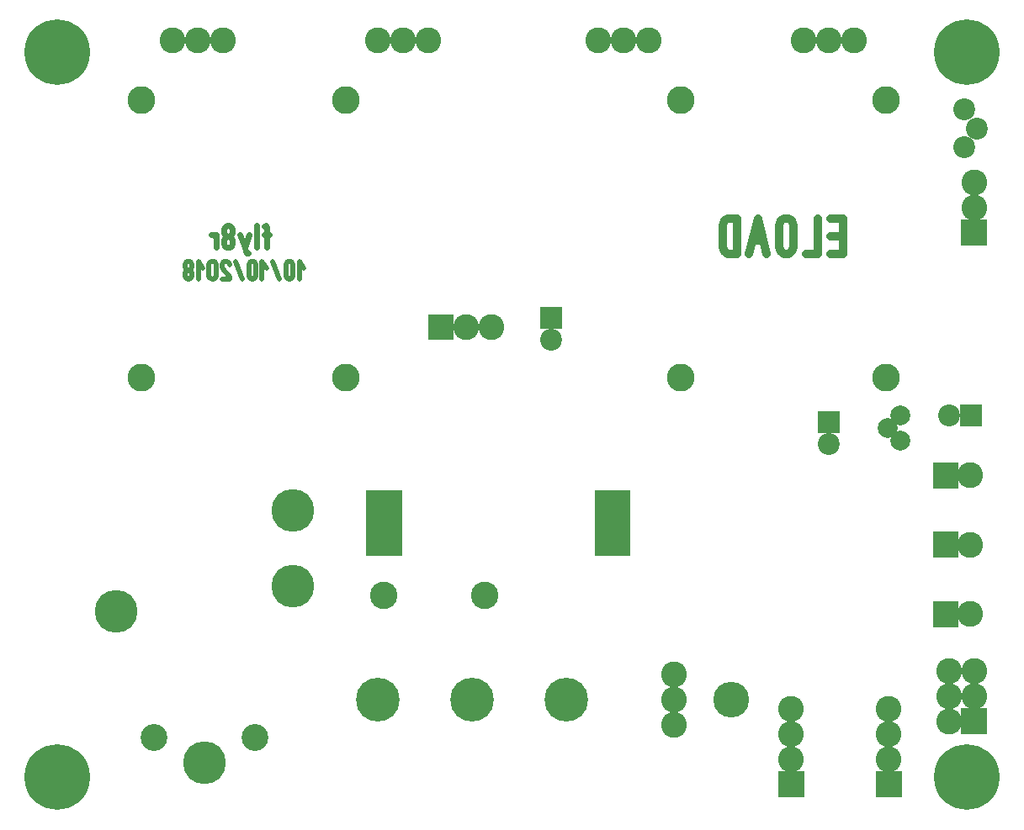
<source format=gbr>
%FSLAX34Y34*%
%MOMM*%
%LNSOLDERMASK_BOTTOM*%
G71*
G01*
%ADD10C, 4.300*%
%ADD11C, 2.700*%
%ADD12C, 2.600*%
%ADD13C, 2.800*%
%ADD14C, 2.200*%
%ADD15C, 2.600*%
%ADD16C, 4.400*%
%ADD17C, 3.600*%
%ADD18C, 2.760*%
%ADD19C, 2.000*%
%ADD20C, 0.835*%
%ADD21C, 0.597*%
%ADD22C, 0.518*%
%ADD23C, 6.600*%
%LPD*%
X431800Y384050D02*
G54D10*
D03*
X431800Y307850D02*
G54D10*
D03*
X254000Y282450D02*
G54D10*
D03*
X342900Y130050D02*
G54D10*
D03*
X393700Y155450D02*
G54D11*
D03*
X292100Y155450D02*
G54D11*
D03*
X311150Y857125D02*
G54D12*
D03*
X336550Y857125D02*
G54D12*
D03*
X361950Y857125D02*
G54D12*
D03*
X279400Y796800D02*
G54D13*
D03*
X279400Y517400D02*
G54D13*
D03*
X485775Y796800D02*
G54D13*
D03*
X485775Y517400D02*
G54D13*
D03*
X822325Y796800D02*
G54D13*
D03*
X822325Y517400D02*
G54D13*
D03*
X1028700Y796800D02*
G54D13*
D03*
X1028700Y517400D02*
G54D13*
D03*
X517525Y857125D02*
G54D12*
D03*
X542925Y857125D02*
G54D12*
D03*
X568325Y857125D02*
G54D12*
D03*
X739775Y857125D02*
G54D12*
D03*
X765175Y857125D02*
G54D12*
D03*
X790575Y857125D02*
G54D12*
D03*
X946150Y857125D02*
G54D12*
D03*
X971550Y857125D02*
G54D12*
D03*
X996950Y857125D02*
G54D12*
D03*
X1108075Y787275D02*
G54D14*
D03*
X1120775Y768225D02*
G54D14*
D03*
X1108075Y749175D02*
G54D14*
D03*
G36*
X1125425Y468300D02*
X1103425Y468300D01*
X1103425Y490300D01*
X1125425Y490300D01*
X1125425Y468300D01*
G37*
X1092200Y479300D02*
G54D14*
D03*
G36*
X568025Y581200D02*
X594025Y581200D01*
X594025Y555200D01*
X568025Y555200D01*
X568025Y581200D01*
G37*
X606425Y568200D02*
G54D15*
D03*
X631825Y568200D02*
G54D15*
D03*
X517525Y193550D02*
G54D16*
D03*
X612525Y193550D02*
G54D16*
D03*
X707525Y193550D02*
G54D16*
D03*
G36*
X505875Y404350D02*
X541875Y404350D01*
X541875Y338350D01*
X505875Y338350D01*
X505875Y404350D01*
G37*
G36*
X735875Y404350D02*
X771875Y404350D01*
X771875Y338350D01*
X735875Y338350D01*
X735875Y404350D01*
G37*
X815975Y218950D02*
G54D12*
D03*
X815975Y193550D02*
G54D12*
D03*
X815975Y168150D02*
G54D12*
D03*
X873125Y193550D02*
G54D17*
D03*
X625475Y298325D02*
G54D18*
D03*
X523875Y298325D02*
G54D18*
D03*
G36*
X1076025Y362125D02*
X1102025Y362125D01*
X1102025Y336125D01*
X1076025Y336125D01*
X1076025Y362125D01*
G37*
X1114025Y349125D02*
G54D15*
D03*
G36*
X1076025Y431975D02*
X1102025Y431975D01*
X1102025Y405975D01*
X1076025Y405975D01*
X1076025Y431975D01*
G37*
X1114025Y418975D02*
G54D15*
D03*
G36*
X1076025Y292275D02*
X1102025Y292275D01*
X1102025Y266275D01*
X1076025Y266275D01*
X1076025Y292275D01*
G37*
X1114025Y279275D02*
G54D15*
D03*
G36*
X703150Y588725D02*
X703150Y566725D01*
X681150Y566725D01*
X681150Y588725D01*
X703150Y588725D01*
G37*
X692150Y555500D02*
G54D14*
D03*
X1042988Y453900D02*
G54D19*
D03*
X1030288Y466600D02*
G54D19*
D03*
X1042988Y479300D02*
G54D19*
D03*
G36*
X982550Y483950D02*
X982550Y461950D01*
X960550Y461950D01*
X960550Y483950D01*
X982550Y483950D01*
G37*
X971550Y450725D02*
G54D14*
D03*
G36*
X1104600Y650450D02*
X1104600Y676450D01*
X1130600Y676450D01*
X1130600Y650450D01*
X1104600Y650450D01*
G37*
X1117600Y688850D02*
G54D15*
D03*
X1117600Y714250D02*
G54D15*
D03*
G36*
X920450Y94825D02*
X920450Y120825D01*
X946450Y120825D01*
X946450Y94825D01*
X920450Y94825D01*
G37*
X933450Y133225D02*
G54D15*
D03*
X933450Y158625D02*
G54D15*
D03*
X933450Y184025D02*
G54D15*
D03*
G36*
X1130600Y158325D02*
X1104600Y158325D01*
X1104600Y184325D01*
X1130600Y184325D01*
X1130600Y158325D01*
G37*
X1092200Y171325D02*
G54D12*
D03*
X1117600Y196725D02*
G54D12*
D03*
X1092200Y196725D02*
G54D12*
D03*
X1117600Y222125D02*
G54D12*
D03*
X1092200Y222125D02*
G54D12*
D03*
G36*
X1018875Y94825D02*
X1018875Y120825D01*
X1044875Y120825D01*
X1044875Y94825D01*
X1018875Y94825D01*
G37*
X1031875Y133225D02*
G54D15*
D03*
X1031875Y158625D02*
G54D15*
D03*
X1031875Y184025D02*
G54D15*
D03*
G54D20*
X973156Y642100D02*
X985600Y642100D01*
X985600Y677656D01*
X973156Y677656D01*
G54D20*
X985600Y659878D02*
X973156Y659878D01*
G54D20*
X960712Y677656D02*
X960712Y642100D01*
X948268Y642100D01*
G54D20*
X921602Y670989D02*
X921602Y648767D01*
X923380Y644322D01*
X926935Y642100D01*
X930491Y642100D01*
X934046Y644322D01*
X935824Y648767D01*
X935824Y670989D01*
X934046Y675433D01*
X930491Y677656D01*
X926935Y677656D01*
X923380Y675433D01*
X921602Y670989D01*
G54D20*
X909158Y642100D02*
X900269Y677656D01*
X891380Y642100D01*
G54D20*
X905602Y655433D02*
X894936Y655433D01*
G54D20*
X878936Y642100D02*
X878936Y677656D01*
X870047Y677656D01*
X866492Y675433D01*
X864714Y670989D01*
X864714Y648767D01*
X866492Y644322D01*
X870047Y642100D01*
X878936Y642100D01*
G54D21*
X405753Y648450D02*
X405753Y669283D01*
X404642Y670672D01*
X403530Y669839D01*
G54D21*
X407975Y660950D02*
X403530Y660950D01*
G54D21*
X395753Y648450D02*
X395753Y670672D01*
G54D21*
X387975Y660950D02*
X383530Y648450D01*
X379086Y660950D01*
G54D21*
X383530Y648450D02*
X384642Y644283D01*
X385753Y642894D01*
X386864Y642894D01*
G54D21*
X365752Y659561D02*
X367975Y659561D01*
X370197Y660950D01*
X371308Y663728D01*
X371308Y666506D01*
X370197Y669283D01*
X367975Y670672D01*
X365752Y670672D01*
X363530Y669283D01*
X362419Y666506D01*
X362419Y663728D01*
X363530Y660950D01*
X365752Y659561D01*
X363530Y658172D01*
X362419Y655394D01*
X362419Y652617D01*
X363530Y649839D01*
X365752Y648450D01*
X367975Y648450D01*
X370197Y649839D01*
X371308Y652617D01*
X371308Y655394D01*
X370197Y658172D01*
X367975Y659561D01*
G54D21*
X354641Y648450D02*
X354641Y660950D01*
G54D21*
X354641Y658172D02*
X352419Y660950D01*
X350196Y660950D01*
G54D22*
X442900Y627811D02*
X438456Y634478D01*
X438456Y616700D01*
G54D22*
X425123Y631144D02*
X425123Y620033D01*
X426012Y617811D01*
X427790Y616700D01*
X429567Y616700D01*
X431345Y617811D01*
X432234Y620033D01*
X432234Y631144D01*
X431345Y633367D01*
X429567Y634478D01*
X427790Y634478D01*
X426012Y633367D01*
X425123Y631144D01*
G54D22*
X418901Y616700D02*
X411790Y634478D01*
G54D22*
X405568Y627811D02*
X401124Y634478D01*
X401124Y616700D01*
G54D22*
X387791Y631144D02*
X387791Y620033D01*
X388680Y617811D01*
X390458Y616700D01*
X392235Y616700D01*
X394013Y617811D01*
X394902Y620033D01*
X394902Y631144D01*
X394013Y633367D01*
X392235Y634478D01*
X390458Y634478D01*
X388680Y633367D01*
X387791Y631144D01*
G54D22*
X381569Y616700D02*
X374458Y634478D01*
G54D22*
X361125Y616700D02*
X368236Y616700D01*
X368236Y617811D01*
X367347Y620033D01*
X362014Y626700D01*
X361125Y628922D01*
X361125Y631144D01*
X362014Y633367D01*
X363792Y634478D01*
X365569Y634478D01*
X367347Y633367D01*
X368236Y631144D01*
G54D22*
X347792Y631144D02*
X347792Y620033D01*
X348681Y617811D01*
X350458Y616700D01*
X352236Y616700D01*
X354014Y617811D01*
X354903Y620033D01*
X354903Y631144D01*
X354014Y633367D01*
X352236Y634478D01*
X350458Y634478D01*
X348681Y633367D01*
X347792Y631144D01*
G54D22*
X341570Y627811D02*
X337126Y634478D01*
X337126Y616700D01*
G54D22*
X326460Y625589D02*
X328237Y625589D01*
X330015Y626700D01*
X330904Y628922D01*
X330904Y631144D01*
X330015Y633367D01*
X328237Y634478D01*
X326460Y634478D01*
X324682Y633367D01*
X323793Y631144D01*
X323793Y628922D01*
X324682Y626700D01*
X326460Y625589D01*
X324682Y624478D01*
X323793Y622256D01*
X323793Y620033D01*
X324682Y617811D01*
X326460Y616700D01*
X328237Y616700D01*
X330015Y617811D01*
X330904Y620033D01*
X330904Y622256D01*
X330015Y624478D01*
X328237Y625589D01*
X195000Y845000D02*
G54D23*
D03*
X195000Y115000D02*
G54D23*
D03*
X1110000Y115000D02*
G54D23*
D03*
X1110000Y845000D02*
G54D23*
D03*
M02*

</source>
